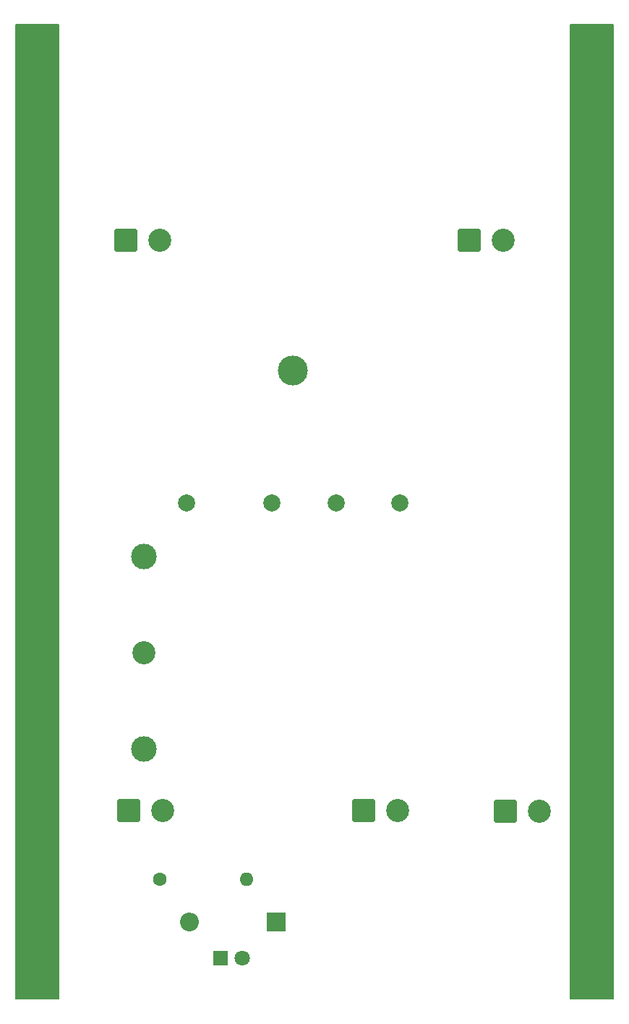
<source format=gbs>
G04 #@! TF.GenerationSoftware,KiCad,Pcbnew,6.0.11+dfsg-1*
G04 #@! TF.CreationDate,2023-07-14T21:47:45+01:00*
G04 #@! TF.ProjectId,bridge-rectifier,62726964-6765-42d7-9265-637469666965,rev?*
G04 #@! TF.SameCoordinates,Original*
G04 #@! TF.FileFunction,Soldermask,Bot*
G04 #@! TF.FilePolarity,Negative*
%FSLAX46Y46*%
G04 Gerber Fmt 4.6, Leading zero omitted, Abs format (unit mm)*
G04 Created by KiCad (PCBNEW 6.0.11+dfsg-1) date 2023-07-14 21:47:45*
%MOMM*%
%LPD*%
G01*
G04 APERTURE LIST*
G04 Aperture macros list*
%AMRoundRect*
0 Rectangle with rounded corners*
0 $1 Rounding radius*
0 $2 $3 $4 $5 $6 $7 $8 $9 X,Y pos of 4 corners*
0 Add a 4 corners polygon primitive as box body*
4,1,4,$2,$3,$4,$5,$6,$7,$8,$9,$2,$3,0*
0 Add four circle primitives for the rounded corners*
1,1,$1+$1,$2,$3*
1,1,$1+$1,$4,$5*
1,1,$1+$1,$6,$7*
1,1,$1+$1,$8,$9*
0 Add four rect primitives between the rounded corners*
20,1,$1+$1,$2,$3,$4,$5,0*
20,1,$1+$1,$4,$5,$6,$7,0*
20,1,$1+$1,$6,$7,$8,$9,0*
20,1,$1+$1,$8,$9,$2,$3,0*%
G04 Aperture macros list end*
%ADD10C,0.150000*%
%ADD11RoundRect,0.250001X-1.099999X-1.099999X1.099999X-1.099999X1.099999X1.099999X-1.099999X1.099999X0*%
%ADD12C,2.700000*%
%ADD13R,1.800000X1.800000*%
%ADD14C,1.800000*%
%ADD15C,3.500000*%
%ADD16C,2.000000*%
%ADD17C,1.600000*%
%ADD18O,1.600000X1.600000*%
%ADD19C,3.000000*%
%ADD20R,2.200000X2.200000*%
%ADD21O,2.200000X2.200000*%
G04 APERTURE END LIST*
D10*
X197000000Y-14000000D02*
X202000000Y-14000000D01*
X202000000Y-14000000D02*
X202000000Y-128000000D01*
X202000000Y-128000000D02*
X197000000Y-128000000D01*
X197000000Y-128000000D02*
X197000000Y-14000000D01*
G36*
X197000000Y-14000000D02*
G01*
X202000000Y-14000000D01*
X202000000Y-128000000D01*
X197000000Y-128000000D01*
X197000000Y-14000000D01*
G37*
X132000000Y-14000000D02*
X137000000Y-14000000D01*
X137000000Y-14000000D02*
X137000000Y-128000000D01*
X137000000Y-128000000D02*
X132000000Y-128000000D01*
X132000000Y-128000000D02*
X132000000Y-14000000D01*
G36*
X132000000Y-14000000D02*
G01*
X137000000Y-14000000D01*
X137000000Y-128000000D01*
X132000000Y-128000000D01*
X132000000Y-14000000D01*
G37*
D11*
X189342500Y-106000000D03*
D12*
X193302500Y-106000000D03*
D11*
X172742500Y-105950000D03*
D12*
X176702500Y-105950000D03*
D11*
X185142500Y-39250000D03*
D12*
X189102500Y-39250000D03*
D11*
X144942500Y-39250000D03*
D12*
X148902500Y-39250000D03*
D11*
X145242500Y-105950000D03*
D12*
X149202500Y-105950000D03*
D13*
X156000000Y-123200000D03*
D14*
X158540000Y-123200000D03*
D15*
X164500000Y-54500000D03*
D16*
X152000000Y-70000000D03*
X162000000Y-70000000D03*
X169500000Y-70000000D03*
X177000000Y-70000000D03*
D17*
X148920000Y-114000000D03*
D18*
X159080000Y-114000000D03*
D12*
X147000000Y-87500000D03*
D19*
X147000000Y-98750000D03*
X147000000Y-76250000D03*
D20*
X162480000Y-119000000D03*
D21*
X152320000Y-119000000D03*
M02*

</source>
